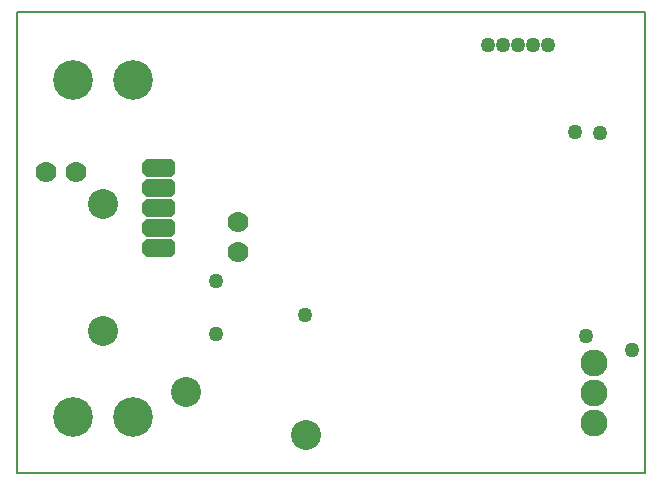
<source format=gbs>
G04 PROTEUS RS274X GERBER FILE*
%FSLAX45Y45*%
%MOMM*%
G01*
%ADD73C,1.270000*%
%ADD30C,1.778000*%
%AMPPAD025*
4,1,8,
1.397000,0.433600,
1.397000,-0.433600,
1.068600,-0.762000,
-1.068600,-0.762000,
-1.397000,-0.433600,
-1.397000,0.433600,
-1.068600,0.762000,
1.068600,0.762000,
1.397000,0.433600,
0*%
%ADD31PPAD025*%
%ADD32C,2.540000*%
%ADD44C,3.355600*%
%ADD17C,2.286000*%
%ADD29C,0.203200*%
%TD.AperFunction*%
D73*
X-782597Y+2267427D03*
X-1171382Y+2387805D03*
X-3549729Y+2563215D03*
X-4300000Y+2850000D03*
X-4300000Y+2400000D03*
X-1050000Y+4100000D03*
X-1264429Y+4108194D03*
D30*
X-5487200Y+3775900D03*
X-5741200Y+3775900D03*
D31*
X-4780000Y+3810000D03*
X-4780000Y+3639820D03*
X-4780000Y+3469640D03*
X-4780000Y+3299460D03*
X-4780000Y+3129280D03*
D32*
X-5261000Y+2426500D03*
X-5261000Y+3506000D03*
D30*
X-4118000Y+3352000D03*
X-4118000Y+3098000D03*
D32*
X-3541750Y+1544194D03*
X-4556148Y+1913406D03*
D73*
X-1489000Y+4849000D03*
X-1616000Y+4849000D03*
X-1743000Y+4849000D03*
X-1870000Y+4849000D03*
X-1997000Y+4849000D03*
D44*
X-5508000Y+4550000D03*
X-5000000Y+4550000D03*
X-5000000Y+1700000D03*
X-5508000Y+1700000D03*
D17*
X-1100000Y+2154000D03*
X-1100000Y+1900000D03*
X-1100000Y+1646000D03*
D29*
X-5986100Y+1223000D02*
X-666000Y+1223000D01*
X-666000Y+5127000D01*
X-5986100Y+5127000D01*
X-5986100Y+1223000D01*
M02*

</source>
